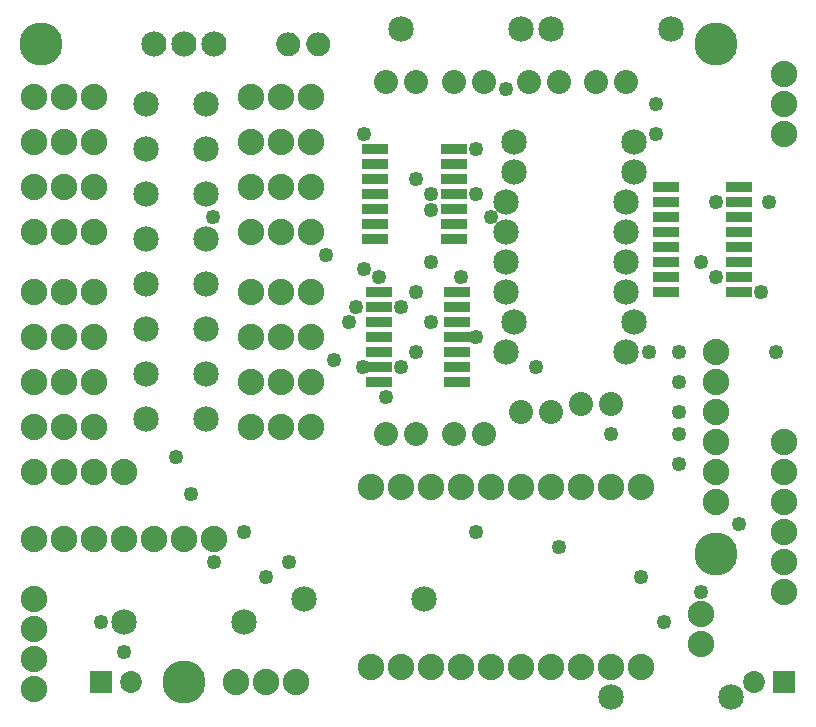
<source format=gts>
G04 MADE WITH FRITZING*
G04 WWW.FRITZING.ORG*
G04 DOUBLE SIDED*
G04 HOLES PLATED*
G04 CONTOUR ON CENTER OF CONTOUR VECTOR*
%ASAXBY*%
%FSLAX23Y23*%
%MOIN*%
%OFA0B0*%
%SFA1.0B1.0*%
%ADD10C,0.049370*%
%ADD11C,0.088000*%
%ADD12C,0.085000*%
%ADD13C,0.143858*%
%ADD14C,0.084000*%
%ADD15C,0.072992*%
%ADD16C,0.080000*%
%ADD17R,0.072992X0.072992*%
%ADD18R,0.090000X0.036000*%
%ADD19R,0.001000X0.001000*%
%LNMASK1*%
G90*
G70*
G54D10*
X2227Y826D03*
X1827Y551D03*
X302Y301D03*
X2177Y301D03*
X2302Y400D03*
X2102Y451D03*
X927Y501D03*
X1176Y1150D03*
X553Y850D03*
X777Y600D03*
X677Y501D03*
X602Y726D03*
G54D11*
X2302Y226D03*
X2302Y326D03*
G54D10*
X2428Y626D03*
X2127Y1201D03*
X2002Y926D03*
X2502Y1401D03*
X2552Y1201D03*
X2527Y1701D03*
X2227Y926D03*
X2227Y1201D03*
X2352Y1451D03*
X2227Y1101D03*
X2227Y1001D03*
X852Y451D03*
X1553Y601D03*
G54D12*
X777Y301D03*
X377Y301D03*
G54D10*
X377Y201D03*
G54D12*
X977Y376D03*
X1377Y376D03*
G54D11*
X677Y576D03*
X577Y576D03*
X477Y576D03*
X377Y576D03*
X277Y576D03*
X177Y576D03*
X77Y576D03*
X2577Y901D03*
X2577Y801D03*
X2577Y701D03*
X2577Y601D03*
X2577Y501D03*
X2577Y401D03*
G54D10*
X1652Y2076D03*
X2152Y2026D03*
X1602Y1651D03*
X2352Y1701D03*
X2302Y1501D03*
G54D13*
X577Y101D03*
G54D14*
X477Y2226D03*
X577Y2226D03*
X677Y2226D03*
X477Y2226D03*
X577Y2226D03*
X677Y2226D03*
G54D13*
X2352Y526D03*
X2352Y2226D03*
X102Y2226D03*
G54D10*
X676Y1650D03*
X1302Y1350D03*
X1302Y1151D03*
X1177Y1476D03*
X1127Y1301D03*
X1078Y1175D03*
X1253Y1050D03*
X1053Y1525D03*
X1151Y1350D03*
G54D11*
X77Y801D03*
X177Y801D03*
X277Y801D03*
X377Y801D03*
G54D10*
X1402Y1301D03*
X1352Y1402D03*
X1352Y1201D03*
X1552Y1726D03*
X1552Y1251D03*
X1502Y1451D03*
X1227Y1451D03*
X1402Y1501D03*
X1752Y1151D03*
G54D12*
X1702Y2276D03*
X1302Y2276D03*
X1802Y2276D03*
X2202Y2276D03*
X2002Y51D03*
X2402Y51D03*
G54D15*
X302Y101D03*
X401Y101D03*
X2577Y101D03*
X2479Y101D03*
G54D10*
X1352Y1776D03*
X1402Y1726D03*
X1402Y1675D03*
X2152Y1926D03*
X1552Y1876D03*
X1177Y1926D03*
G54D12*
X2052Y1501D03*
X1652Y1501D03*
X2052Y1601D03*
X1652Y1601D03*
X2052Y1401D03*
X1652Y1401D03*
X2052Y1701D03*
X1652Y1701D03*
X2077Y1301D03*
X1677Y1301D03*
X2077Y1801D03*
X1677Y1801D03*
X2052Y1201D03*
X1652Y1201D03*
X2077Y1901D03*
X1677Y1901D03*
G54D16*
X1352Y926D03*
X1252Y926D03*
X1577Y926D03*
X1477Y926D03*
X1352Y2101D03*
X1252Y2101D03*
X1577Y2101D03*
X1477Y2101D03*
X1802Y1001D03*
X1702Y1001D03*
X2002Y1026D03*
X1902Y1026D03*
X2052Y2101D03*
X1952Y2101D03*
X1827Y2101D03*
X1727Y2101D03*
G54D12*
X452Y976D03*
X652Y976D03*
X452Y1576D03*
X652Y1576D03*
X452Y1126D03*
X652Y1126D03*
X452Y1726D03*
X652Y1726D03*
X452Y1276D03*
X652Y1276D03*
X452Y1876D03*
X652Y1876D03*
X452Y1426D03*
X652Y1426D03*
X452Y2026D03*
X652Y2026D03*
G54D11*
X1002Y951D03*
X902Y951D03*
X802Y951D03*
X1002Y1601D03*
X902Y1601D03*
X802Y1601D03*
X1002Y1101D03*
X902Y1101D03*
X802Y1101D03*
X1002Y1751D03*
X902Y1751D03*
X802Y1751D03*
X1002Y1251D03*
X902Y1251D03*
X802Y1251D03*
X1002Y1901D03*
X902Y1901D03*
X802Y1901D03*
X1002Y1401D03*
X902Y1401D03*
X802Y1401D03*
X1002Y2051D03*
X902Y2051D03*
X802Y2051D03*
X2352Y701D03*
X2352Y801D03*
X2352Y901D03*
X2352Y1001D03*
X2352Y1101D03*
X2352Y1201D03*
X1202Y151D03*
X1302Y151D03*
X1402Y151D03*
X1502Y151D03*
X1602Y151D03*
X1702Y151D03*
X1802Y151D03*
X1902Y151D03*
X2002Y151D03*
X2102Y151D03*
X1202Y751D03*
X1302Y751D03*
X1402Y751D03*
X1502Y751D03*
X1602Y751D03*
X1702Y751D03*
X1802Y751D03*
X1902Y751D03*
X2002Y751D03*
X2102Y751D03*
X77Y376D03*
X77Y276D03*
X77Y176D03*
X77Y76D03*
X2577Y2126D03*
X2577Y2026D03*
X2577Y1926D03*
X752Y101D03*
X852Y101D03*
X952Y101D03*
X77Y951D03*
X177Y951D03*
X277Y951D03*
X77Y1601D03*
X177Y1601D03*
X277Y1601D03*
X77Y1101D03*
X177Y1101D03*
X277Y1101D03*
X77Y1751D03*
X177Y1751D03*
X277Y1751D03*
X77Y1251D03*
X177Y1251D03*
X277Y1251D03*
X77Y1901D03*
X177Y1901D03*
X277Y1901D03*
X77Y1401D03*
X177Y1401D03*
X277Y1401D03*
X77Y2051D03*
X177Y2051D03*
X277Y2051D03*
G54D17*
X302Y101D03*
X2577Y101D03*
G54D18*
X1477Y1576D03*
X1477Y1626D03*
X1477Y1676D03*
X1477Y1726D03*
X1477Y1776D03*
X1477Y1826D03*
X1477Y1876D03*
X1216Y1876D03*
X1216Y1826D03*
X1216Y1776D03*
X1216Y1726D03*
X1216Y1676D03*
X1216Y1626D03*
X1216Y1576D03*
X1488Y1101D03*
X1488Y1151D03*
X1488Y1201D03*
X1488Y1251D03*
X1488Y1301D03*
X1488Y1351D03*
X1488Y1401D03*
X1227Y1401D03*
X1227Y1351D03*
X1227Y1301D03*
X1227Y1251D03*
X1227Y1201D03*
X1227Y1151D03*
X1227Y1101D03*
X2185Y1751D03*
X2185Y1701D03*
X2185Y1651D03*
X2185Y1601D03*
X2185Y1551D03*
X2185Y1501D03*
X2185Y1451D03*
X2185Y1401D03*
X2427Y1401D03*
X2427Y1451D03*
X2427Y1501D03*
X2427Y1551D03*
X2427Y1601D03*
X2427Y1651D03*
X2427Y1701D03*
X2427Y1751D03*
G54D19*
X923Y2266D02*
X929Y2266D01*
X1023Y2266D02*
X1029Y2266D01*
X918Y2265D02*
X935Y2265D01*
X1017Y2265D02*
X1035Y2265D01*
X914Y2264D02*
X939Y2264D01*
X1014Y2264D02*
X1039Y2264D01*
X911Y2263D02*
X942Y2263D01*
X1011Y2263D02*
X1041Y2263D01*
X909Y2262D02*
X944Y2262D01*
X1009Y2262D02*
X1044Y2262D01*
X907Y2261D02*
X945Y2261D01*
X1007Y2261D02*
X1045Y2261D01*
X906Y2260D02*
X947Y2260D01*
X1006Y2260D02*
X1047Y2260D01*
X904Y2259D02*
X949Y2259D01*
X1004Y2259D02*
X1049Y2259D01*
X903Y2258D02*
X950Y2258D01*
X1003Y2258D02*
X1050Y2258D01*
X901Y2257D02*
X951Y2257D01*
X1001Y2257D02*
X1051Y2257D01*
X900Y2256D02*
X952Y2256D01*
X1000Y2256D02*
X1052Y2256D01*
X899Y2255D02*
X954Y2255D01*
X999Y2255D02*
X1054Y2255D01*
X898Y2254D02*
X955Y2254D01*
X998Y2254D02*
X1055Y2254D01*
X897Y2253D02*
X955Y2253D01*
X997Y2253D02*
X1055Y2253D01*
X896Y2252D02*
X956Y2252D01*
X996Y2252D02*
X1056Y2252D01*
X896Y2251D02*
X957Y2251D01*
X996Y2251D02*
X1057Y2251D01*
X895Y2250D02*
X958Y2250D01*
X995Y2250D02*
X1058Y2250D01*
X894Y2249D02*
X959Y2249D01*
X994Y2249D02*
X1059Y2249D01*
X893Y2248D02*
X959Y2248D01*
X993Y2248D02*
X1059Y2248D01*
X893Y2247D02*
X960Y2247D01*
X993Y2247D02*
X1060Y2247D01*
X892Y2246D02*
X961Y2246D01*
X992Y2246D02*
X1060Y2246D01*
X892Y2245D02*
X961Y2245D01*
X992Y2245D02*
X1061Y2245D01*
X891Y2244D02*
X962Y2244D01*
X991Y2244D02*
X1062Y2244D01*
X891Y2243D02*
X962Y2243D01*
X991Y2243D02*
X1062Y2243D01*
X890Y2242D02*
X963Y2242D01*
X990Y2242D02*
X1063Y2242D01*
X890Y2241D02*
X963Y2241D01*
X990Y2241D02*
X1063Y2241D01*
X889Y2240D02*
X963Y2240D01*
X989Y2240D02*
X1063Y2240D01*
X889Y2239D02*
X964Y2239D01*
X989Y2239D02*
X1064Y2239D01*
X889Y2238D02*
X964Y2238D01*
X989Y2238D02*
X1064Y2238D01*
X888Y2237D02*
X964Y2237D01*
X988Y2237D02*
X1064Y2237D01*
X888Y2236D02*
X965Y2236D01*
X988Y2236D02*
X1064Y2236D01*
X888Y2235D02*
X965Y2235D01*
X988Y2235D02*
X1065Y2235D01*
X888Y2234D02*
X965Y2234D01*
X988Y2234D02*
X1065Y2234D01*
X888Y2233D02*
X965Y2233D01*
X988Y2233D02*
X1065Y2233D01*
X887Y2232D02*
X965Y2232D01*
X987Y2232D02*
X1065Y2232D01*
X887Y2231D02*
X965Y2231D01*
X987Y2231D02*
X1065Y2231D01*
X887Y2230D02*
X966Y2230D01*
X987Y2230D02*
X1066Y2230D01*
X887Y2229D02*
X966Y2229D01*
X987Y2229D02*
X1066Y2229D01*
X887Y2228D02*
X966Y2228D01*
X987Y2228D02*
X1066Y2228D01*
X887Y2227D02*
X966Y2227D01*
X987Y2227D02*
X1066Y2227D01*
X887Y2226D02*
X966Y2226D01*
X987Y2226D02*
X1066Y2226D01*
X887Y2225D02*
X966Y2225D01*
X987Y2225D02*
X1066Y2225D01*
X887Y2224D02*
X966Y2224D01*
X987Y2224D02*
X1066Y2224D01*
X887Y2223D02*
X966Y2223D01*
X987Y2223D02*
X1066Y2223D01*
X887Y2222D02*
X966Y2222D01*
X987Y2222D02*
X1066Y2222D01*
X887Y2221D02*
X965Y2221D01*
X987Y2221D02*
X1065Y2221D01*
X887Y2220D02*
X965Y2220D01*
X987Y2220D02*
X1065Y2220D01*
X888Y2219D02*
X965Y2219D01*
X988Y2219D02*
X1065Y2219D01*
X888Y2218D02*
X965Y2218D01*
X988Y2218D02*
X1065Y2218D01*
X888Y2217D02*
X965Y2217D01*
X988Y2217D02*
X1065Y2217D01*
X888Y2216D02*
X964Y2216D01*
X988Y2216D02*
X1064Y2216D01*
X889Y2215D02*
X964Y2215D01*
X988Y2215D02*
X1064Y2215D01*
X889Y2214D02*
X964Y2214D01*
X989Y2214D02*
X1064Y2214D01*
X889Y2213D02*
X964Y2213D01*
X989Y2213D02*
X1063Y2213D01*
X890Y2212D02*
X963Y2212D01*
X989Y2212D02*
X1063Y2212D01*
X890Y2211D02*
X963Y2211D01*
X990Y2211D02*
X1063Y2211D01*
X890Y2210D02*
X962Y2210D01*
X990Y2210D02*
X1062Y2210D01*
X891Y2209D02*
X962Y2209D01*
X991Y2209D02*
X1062Y2209D01*
X891Y2208D02*
X961Y2208D01*
X991Y2208D02*
X1061Y2208D01*
X892Y2207D02*
X961Y2207D01*
X992Y2207D02*
X1061Y2207D01*
X892Y2206D02*
X960Y2206D01*
X992Y2206D02*
X1060Y2206D01*
X893Y2205D02*
X960Y2205D01*
X993Y2205D02*
X1060Y2205D01*
X894Y2204D02*
X959Y2204D01*
X994Y2204D02*
X1059Y2204D01*
X894Y2203D02*
X958Y2203D01*
X994Y2203D02*
X1058Y2203D01*
X895Y2202D02*
X958Y2202D01*
X995Y2202D02*
X1058Y2202D01*
X896Y2201D02*
X957Y2201D01*
X996Y2201D02*
X1057Y2201D01*
X897Y2200D02*
X956Y2200D01*
X997Y2200D02*
X1056Y2200D01*
X898Y2199D02*
X955Y2199D01*
X998Y2199D02*
X1055Y2199D01*
X899Y2198D02*
X954Y2198D01*
X998Y2198D02*
X1054Y2198D01*
X900Y2197D02*
X953Y2197D01*
X1000Y2197D02*
X1053Y2197D01*
X901Y2196D02*
X952Y2196D01*
X1001Y2196D02*
X1052Y2196D01*
X902Y2195D02*
X951Y2195D01*
X1002Y2195D02*
X1051Y2195D01*
X903Y2194D02*
X949Y2194D01*
X1003Y2194D02*
X1049Y2194D01*
X905Y2193D02*
X948Y2193D01*
X1005Y2193D02*
X1048Y2193D01*
X906Y2192D02*
X946Y2192D01*
X1006Y2192D02*
X1046Y2192D01*
X908Y2191D02*
X945Y2191D01*
X1008Y2191D02*
X1045Y2191D01*
X910Y2190D02*
X943Y2190D01*
X1010Y2190D02*
X1043Y2190D01*
X912Y2189D02*
X940Y2189D01*
X1012Y2189D02*
X1040Y2189D01*
X915Y2188D02*
X937Y2188D01*
X1015Y2188D02*
X1037Y2188D01*
X920Y2187D02*
X933Y2187D01*
X1020Y2187D02*
X1033Y2187D01*
D02*
G04 End of Mask1*
M02*
</source>
